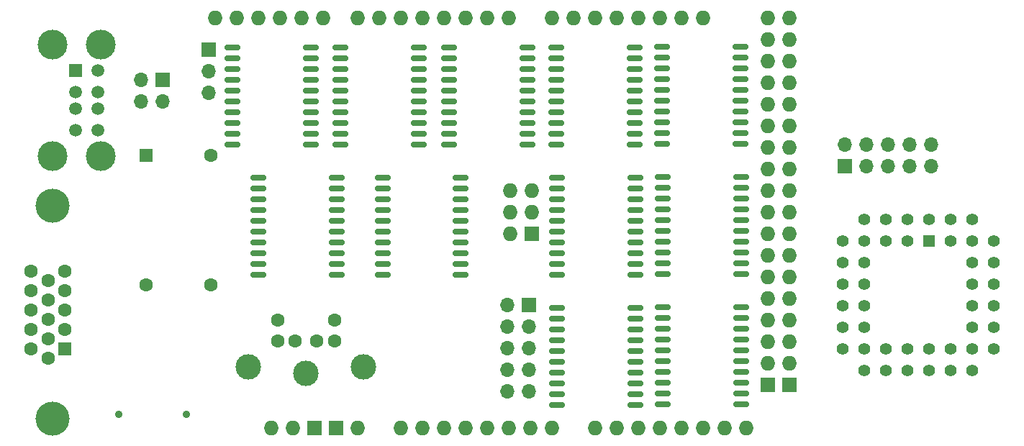
<source format=gbr>
%TF.GenerationSoftware,KiCad,Pcbnew,8.0.8+dfsg-1*%
%TF.CreationDate,2025-07-24T04:48:21-04:00*%
%TF.ProjectId,VGA_SRAM_SHUIELD_DOUBLE_BUFFER,5647415f-5352-4414-9d5f-53485549454c,rev?*%
%TF.SameCoordinates,Original*%
%TF.FileFunction,Soldermask,Bot*%
%TF.FilePolarity,Negative*%
%FSLAX46Y46*%
G04 Gerber Fmt 4.6, Leading zero omitted, Abs format (unit mm)*
G04 Created by KiCad (PCBNEW 8.0.8+dfsg-1) date 2025-07-24 04:48:21*
%MOMM*%
%LPD*%
G01*
G04 APERTURE LIST*
G04 Aperture macros list*
%AMRoundRect*
0 Rectangle with rounded corners*
0 $1 Rounding radius*
0 $2 $3 $4 $5 $6 $7 $8 $9 X,Y pos of 4 corners*
0 Add a 4 corners polygon primitive as box body*
4,1,4,$2,$3,$4,$5,$6,$7,$8,$9,$2,$3,0*
0 Add four circle primitives for the rounded corners*
1,1,$1+$1,$2,$3*
1,1,$1+$1,$4,$5*
1,1,$1+$1,$6,$7*
1,1,$1+$1,$8,$9*
0 Add four rect primitives between the rounded corners*
20,1,$1+$1,$2,$3,$4,$5,0*
20,1,$1+$1,$4,$5,$6,$7,0*
20,1,$1+$1,$6,$7,$8,$9,0*
20,1,$1+$1,$8,$9,$2,$3,0*%
G04 Aperture macros list end*
%ADD10R,1.700000X1.700000*%
%ADD11O,1.700000X1.700000*%
%ADD12R,1.500000X1.500000*%
%ADD13C,1.500000*%
%ADD14C,3.500000*%
%ADD15C,4.000000*%
%ADD16R,1.600000X1.600000*%
%ADD17C,1.600000*%
%ADD18R,1.422400X1.422400*%
%ADD19C,1.422400*%
%ADD20C,2.990000*%
%ADD21C,0.900000*%
%ADD22RoundRect,0.150000X0.800000X0.150000X-0.800000X0.150000X-0.800000X-0.150000X0.800000X-0.150000X0*%
%ADD23O,1.727200X1.727200*%
%ADD24R,1.727200X1.727200*%
G04 APERTURE END LIST*
D10*
%TO.C,J8*%
X55800000Y-137475000D03*
D11*
X55800000Y-140015000D03*
X55800000Y-142555000D03*
%TD*%
D12*
%TO.C,J1*%
X40152300Y-139940000D03*
D13*
X40152300Y-142440000D03*
X40152300Y-144440000D03*
X40152300Y-146940000D03*
X42772300Y-139940000D03*
X42772300Y-142440000D03*
X42772300Y-144440000D03*
X42772300Y-146940000D03*
D14*
X37442300Y-136870000D03*
X37442300Y-150010000D03*
X43122300Y-136870000D03*
X43122300Y-150010000D03*
%TD*%
D15*
%TO.C,J7*%
X37470000Y-155875000D03*
X37470000Y-180875000D03*
D16*
X38890000Y-172690000D03*
D17*
X38890000Y-170400000D03*
X38890000Y-168110000D03*
X38890000Y-165820000D03*
X38890000Y-163530000D03*
X36910000Y-173835000D03*
X36910000Y-171545000D03*
X36910000Y-169255000D03*
X36910000Y-166965000D03*
X36910000Y-164675000D03*
X34930000Y-172690000D03*
X34930000Y-170400000D03*
X34930000Y-168110000D03*
X34930000Y-165820000D03*
X34930000Y-163530000D03*
%TD*%
D18*
%TO.C,U4*%
X140560000Y-160000000D03*
D19*
X138020000Y-157460000D03*
X138020000Y-160000000D03*
X135480000Y-157460000D03*
X135480000Y-160000000D03*
X132940000Y-157460000D03*
X130400000Y-160000000D03*
X132940000Y-160000000D03*
X130400000Y-162540000D03*
X132940000Y-162540000D03*
X130400000Y-165080000D03*
X132940000Y-165080000D03*
X130400000Y-167620000D03*
X132940000Y-167620000D03*
X130400000Y-170160000D03*
X132940000Y-170160000D03*
X130400000Y-172700000D03*
X132940000Y-175240000D03*
X132940000Y-172700000D03*
X135480000Y-175240000D03*
X135480000Y-172700000D03*
X138020000Y-175240000D03*
X138020000Y-172700000D03*
X140560000Y-175240000D03*
X140560000Y-172700000D03*
X143100000Y-175240000D03*
X143100000Y-172700000D03*
X145640000Y-175240000D03*
X148180000Y-172700000D03*
X145640000Y-172700000D03*
X148180000Y-170160000D03*
X145640000Y-170160000D03*
X148180000Y-167620000D03*
X145640000Y-167620000D03*
X148180000Y-165080000D03*
X145640000Y-165080000D03*
X148180000Y-162540000D03*
X145640000Y-162540000D03*
X148180000Y-160000000D03*
X145640000Y-157460000D03*
X145640000Y-160000000D03*
X143100000Y-157460000D03*
X143100000Y-160000000D03*
X140560000Y-157460000D03*
%TD*%
D17*
%TO.C,J3*%
X65950000Y-171800000D03*
X68550000Y-171800000D03*
X63900000Y-171800000D03*
X70600000Y-171800000D03*
X63900000Y-169310000D03*
X70600000Y-169310000D03*
D20*
X74010000Y-174800000D03*
X67250000Y-175610000D03*
X60490000Y-174800000D03*
%TD*%
D16*
%TO.C,X1*%
X48490000Y-149880000D03*
D17*
X48490000Y-165120000D03*
X56110000Y-165120000D03*
X56110000Y-149880000D03*
%TD*%
D10*
%TO.C,J2*%
X93500000Y-167500000D03*
D11*
X90960000Y-167500000D03*
X93500000Y-170040000D03*
X90960000Y-170040000D03*
X93500000Y-172580000D03*
X90960000Y-172580000D03*
X93500000Y-175120000D03*
X90960000Y-175120000D03*
X93500000Y-177660000D03*
X90960000Y-177660000D03*
%TD*%
D10*
%TO.C,J4*%
X50400000Y-141020000D03*
D11*
X47860000Y-141020000D03*
X50400000Y-143560000D03*
X47860000Y-143560000D03*
%TD*%
D21*
%TO.C,J6*%
X53190032Y-180372545D03*
X45190032Y-180372545D03*
%TD*%
D22*
%TO.C,U9*%
X106000000Y-167855000D03*
X106000000Y-169125000D03*
X106000000Y-170395000D03*
X106000000Y-171665000D03*
X106000000Y-172935000D03*
X106000000Y-174205000D03*
X106000000Y-175475000D03*
X106000000Y-176745000D03*
X106000000Y-178015000D03*
X106000000Y-179285000D03*
X96800000Y-179285000D03*
X96800000Y-178015000D03*
X96800000Y-176745000D03*
X96800000Y-175475000D03*
X96800000Y-174205000D03*
X96800000Y-172935000D03*
X96800000Y-171665000D03*
X96800000Y-170395000D03*
X96800000Y-169125000D03*
X96800000Y-167855000D03*
%TD*%
%TO.C,U21*%
X80500000Y-137210000D03*
X80500000Y-138480000D03*
X80500000Y-139750000D03*
X80500000Y-141020000D03*
X80500000Y-142290000D03*
X80500000Y-143560000D03*
X80500000Y-144830000D03*
X80500000Y-146100000D03*
X80500000Y-147370000D03*
X80500000Y-148640000D03*
X71300000Y-148640000D03*
X71300000Y-147370000D03*
X71300000Y-146100000D03*
X71300000Y-144830000D03*
X71300000Y-143560000D03*
X71300000Y-142290000D03*
X71300000Y-141020000D03*
X71300000Y-139750000D03*
X71300000Y-138480000D03*
X71300000Y-137210000D03*
%TD*%
%TO.C,U18*%
X118360000Y-137140000D03*
X118360000Y-138410000D03*
X118360000Y-139680000D03*
X118360000Y-140950000D03*
X118360000Y-142220000D03*
X118360000Y-143490000D03*
X118360000Y-144760000D03*
X118360000Y-146030000D03*
X118360000Y-147300000D03*
X118360000Y-148570000D03*
X109160000Y-148570000D03*
X109160000Y-147300000D03*
X109160000Y-146030000D03*
X109160000Y-144760000D03*
X109160000Y-143490000D03*
X109160000Y-142220000D03*
X109160000Y-140950000D03*
X109160000Y-139680000D03*
X109160000Y-138410000D03*
X109160000Y-137140000D03*
%TD*%
%TO.C,U16*%
X105910000Y-137210000D03*
X105910000Y-138480000D03*
X105910000Y-139750000D03*
X105910000Y-141020000D03*
X105910000Y-142290000D03*
X105910000Y-143560000D03*
X105910000Y-144830000D03*
X105910000Y-146100000D03*
X105910000Y-147370000D03*
X105910000Y-148640000D03*
X96710000Y-148640000D03*
X96710000Y-147370000D03*
X96710000Y-146100000D03*
X96710000Y-144830000D03*
X96710000Y-143560000D03*
X96710000Y-142290000D03*
X96710000Y-141020000D03*
X96710000Y-139750000D03*
X96710000Y-138480000D03*
X96710000Y-137210000D03*
%TD*%
%TO.C,U10*%
X109250000Y-167785000D03*
X109250000Y-169055000D03*
X109250000Y-170325000D03*
X109250000Y-171595000D03*
X109250000Y-172865000D03*
X109250000Y-174135000D03*
X109250000Y-175405000D03*
X109250000Y-176675000D03*
X109250000Y-177945000D03*
X109250000Y-179215000D03*
X118450000Y-179215000D03*
X118450000Y-177945000D03*
X118450000Y-176675000D03*
X118450000Y-175405000D03*
X118450000Y-174135000D03*
X118450000Y-172865000D03*
X118450000Y-171595000D03*
X118450000Y-170325000D03*
X118450000Y-169055000D03*
X118450000Y-167785000D03*
%TD*%
%TO.C,U5*%
X106000000Y-152535000D03*
X106000000Y-153805000D03*
X106000000Y-155075000D03*
X106000000Y-156345000D03*
X106000000Y-157615000D03*
X106000000Y-158885000D03*
X106000000Y-160155000D03*
X106000000Y-161425000D03*
X106000000Y-162695000D03*
X106000000Y-163965000D03*
X96800000Y-163965000D03*
X96800000Y-162695000D03*
X96800000Y-161425000D03*
X96800000Y-160155000D03*
X96800000Y-158885000D03*
X96800000Y-157615000D03*
X96800000Y-156345000D03*
X96800000Y-155075000D03*
X96800000Y-153805000D03*
X96800000Y-152535000D03*
%TD*%
D10*
%TO.C,J5*%
X130660000Y-151200000D03*
D11*
X130660000Y-148660000D03*
X133200000Y-151200000D03*
X133200000Y-148660000D03*
X135740000Y-151200000D03*
X135740000Y-148660000D03*
X138280000Y-151200000D03*
X138280000Y-148660000D03*
X140820000Y-151200000D03*
X140820000Y-148660000D03*
%TD*%
D22*
%TO.C,U6*%
X118450000Y-152465000D03*
X118450000Y-153735000D03*
X118450000Y-155005000D03*
X118450000Y-156275000D03*
X118450000Y-157545000D03*
X118450000Y-158815000D03*
X118450000Y-160085000D03*
X118450000Y-161355000D03*
X118450000Y-162625000D03*
X118450000Y-163895000D03*
X109250000Y-163895000D03*
X109250000Y-162625000D03*
X109250000Y-161355000D03*
X109250000Y-160085000D03*
X109250000Y-158815000D03*
X109250000Y-157545000D03*
X109250000Y-156275000D03*
X109250000Y-155005000D03*
X109250000Y-153735000D03*
X109250000Y-152465000D03*
%TD*%
%TO.C,U2*%
X70860000Y-152520000D03*
X70860000Y-153790000D03*
X70860000Y-155060000D03*
X70860000Y-156330000D03*
X70860000Y-157600000D03*
X70860000Y-158870000D03*
X70860000Y-160140000D03*
X70860000Y-161410000D03*
X70860000Y-162680000D03*
X70860000Y-163950000D03*
X61660000Y-163950000D03*
X61660000Y-162680000D03*
X61660000Y-161410000D03*
X61660000Y-160140000D03*
X61660000Y-158870000D03*
X61660000Y-157600000D03*
X61660000Y-156330000D03*
X61660000Y-155060000D03*
X61660000Y-153790000D03*
X61660000Y-152520000D03*
%TD*%
%TO.C,U17*%
X93320000Y-137210000D03*
X93320000Y-138480000D03*
X93320000Y-139750000D03*
X93320000Y-141020000D03*
X93320000Y-142290000D03*
X93320000Y-143560000D03*
X93320000Y-144830000D03*
X93320000Y-146100000D03*
X93320000Y-147370000D03*
X93320000Y-148640000D03*
X84120000Y-148640000D03*
X84120000Y-147370000D03*
X84120000Y-146100000D03*
X84120000Y-144830000D03*
X84120000Y-143560000D03*
X84120000Y-142290000D03*
X84120000Y-141020000D03*
X84120000Y-139750000D03*
X84120000Y-138480000D03*
X84120000Y-137210000D03*
%TD*%
%TO.C,U1*%
X85470000Y-152535000D03*
X85470000Y-153805000D03*
X85470000Y-155075000D03*
X85470000Y-156345000D03*
X85470000Y-157615000D03*
X85470000Y-158885000D03*
X85470000Y-160155000D03*
X85470000Y-161425000D03*
X85470000Y-162695000D03*
X85470000Y-163965000D03*
X76270000Y-163965000D03*
X76270000Y-162695000D03*
X76270000Y-161425000D03*
X76270000Y-160155000D03*
X76270000Y-158885000D03*
X76270000Y-157615000D03*
X76270000Y-156345000D03*
X76270000Y-155075000D03*
X76270000Y-153805000D03*
X76270000Y-152535000D03*
%TD*%
%TO.C,U22*%
X67850000Y-137210000D03*
X67850000Y-138480000D03*
X67850000Y-139750000D03*
X67850000Y-141020000D03*
X67850000Y-142290000D03*
X67850000Y-143560000D03*
X67850000Y-144830000D03*
X67850000Y-146100000D03*
X67850000Y-147370000D03*
X67850000Y-148640000D03*
X58650000Y-148640000D03*
X58650000Y-147370000D03*
X58650000Y-146100000D03*
X58650000Y-144830000D03*
X58650000Y-143560000D03*
X58650000Y-142290000D03*
X58650000Y-141020000D03*
X58650000Y-139750000D03*
X58650000Y-138480000D03*
X58650000Y-137210000D03*
%TD*%
D23*
%TO.C,A1*%
X63195200Y-181991000D03*
X65735200Y-181991000D03*
X93802200Y-154051000D03*
X121615200Y-133731000D03*
X124155200Y-133731000D03*
X78435200Y-181991000D03*
X80975200Y-181991000D03*
X83515200Y-181991000D03*
X86055200Y-181991000D03*
X88595200Y-181991000D03*
X91135200Y-181991000D03*
X93675200Y-181991000D03*
X96215200Y-181991000D03*
X101295200Y-181991000D03*
X103835200Y-181991000D03*
X106375200Y-181991000D03*
X108915200Y-181991000D03*
X116535200Y-181991000D03*
X119075200Y-181991000D03*
X91135200Y-133731000D03*
X88595200Y-133731000D03*
X86055200Y-133731000D03*
X83515200Y-133731000D03*
X80975200Y-133731000D03*
X78435200Y-133731000D03*
X75895200Y-133731000D03*
X73355200Y-133731000D03*
X69291200Y-133731000D03*
X66751200Y-133731000D03*
X64211200Y-133731000D03*
X61671200Y-133731000D03*
X59131200Y-133731000D03*
X56591200Y-133731000D03*
X96215200Y-133731000D03*
X98755200Y-133731000D03*
X101295200Y-133731000D03*
X103835200Y-133731000D03*
X106375200Y-133731000D03*
X108915200Y-133731000D03*
X111455200Y-133731000D03*
X113995200Y-133731000D03*
X121615200Y-136271000D03*
X124155200Y-136271000D03*
X121615200Y-138811000D03*
X124155200Y-138811000D03*
X121615200Y-141351000D03*
X124155200Y-141351000D03*
X121615200Y-143891000D03*
X124155200Y-143891000D03*
X121615200Y-146431000D03*
X124155200Y-146431000D03*
X121615200Y-148971000D03*
X124155200Y-148971000D03*
X121615200Y-151511000D03*
X124155200Y-151511000D03*
X121615200Y-154051000D03*
X124155200Y-154051000D03*
X121615200Y-156591000D03*
X124155200Y-156591000D03*
X121615200Y-159131000D03*
X124155200Y-159131000D03*
X121615200Y-161671000D03*
X124155200Y-161671000D03*
X121615200Y-164211000D03*
X124155200Y-164211000D03*
X121615200Y-166751000D03*
X124155200Y-166751000D03*
X121615200Y-169291000D03*
X124155200Y-169291000D03*
X121615200Y-171831000D03*
X124155200Y-171831000D03*
X121615200Y-174371000D03*
X124155200Y-174371000D03*
X111455200Y-181991000D03*
X113995200Y-181991000D03*
D24*
X68275200Y-181991000D03*
X70815200Y-181991000D03*
X93802200Y-159131000D03*
X121615200Y-176911000D03*
X124155200Y-176911000D03*
D23*
X91262200Y-154051000D03*
X93802200Y-156591000D03*
X91262200Y-159131000D03*
X91262200Y-156591000D03*
X73355200Y-181991000D03*
%TD*%
M02*

</source>
